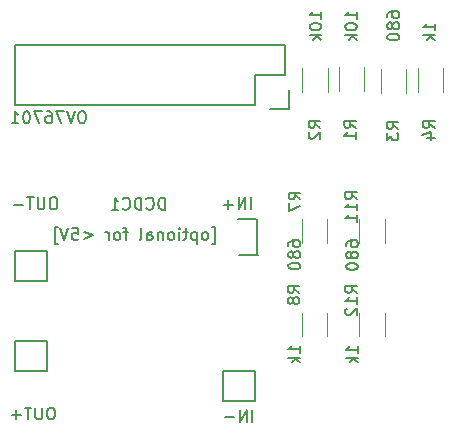
<source format=gbo>
G04 #@! TF.GenerationSoftware,KiCad,Pcbnew,(5.1.5)-3*
G04 #@! TF.CreationDate,2020-04-26T13:49:39+03:00*
G04 #@! TF.ProjectId,livecam,6c697665-6361-46d2-9e6b-696361645f70,rev?*
G04 #@! TF.SameCoordinates,Original*
G04 #@! TF.FileFunction,Legend,Bot*
G04 #@! TF.FilePolarity,Positive*
%FSLAX46Y46*%
G04 Gerber Fmt 4.6, Leading zero omitted, Abs format (unit mm)*
G04 Created by KiCad (PCBNEW (5.1.5)-3) date 2020-04-26 13:49:39*
%MOMM*%
%LPD*%
G04 APERTURE LIST*
%ADD10C,0.150000*%
%ADD11C,0.120000*%
G04 APERTURE END LIST*
D10*
X149033809Y-66305714D02*
X149271904Y-66305714D01*
X149271904Y-64877142D01*
X149033809Y-64877142D01*
X148510000Y-65972380D02*
X148605238Y-65924761D01*
X148652857Y-65877142D01*
X148700476Y-65781904D01*
X148700476Y-65496190D01*
X148652857Y-65400952D01*
X148605238Y-65353333D01*
X148510000Y-65305714D01*
X148367142Y-65305714D01*
X148271904Y-65353333D01*
X148224285Y-65400952D01*
X148176666Y-65496190D01*
X148176666Y-65781904D01*
X148224285Y-65877142D01*
X148271904Y-65924761D01*
X148367142Y-65972380D01*
X148510000Y-65972380D01*
X147748095Y-65305714D02*
X147748095Y-66305714D01*
X147748095Y-65353333D02*
X147652857Y-65305714D01*
X147462380Y-65305714D01*
X147367142Y-65353333D01*
X147319523Y-65400952D01*
X147271904Y-65496190D01*
X147271904Y-65781904D01*
X147319523Y-65877142D01*
X147367142Y-65924761D01*
X147462380Y-65972380D01*
X147652857Y-65972380D01*
X147748095Y-65924761D01*
X146986190Y-65305714D02*
X146605238Y-65305714D01*
X146843333Y-64972380D02*
X146843333Y-65829523D01*
X146795714Y-65924761D01*
X146700476Y-65972380D01*
X146605238Y-65972380D01*
X146271904Y-65972380D02*
X146271904Y-65305714D01*
X146271904Y-64972380D02*
X146319523Y-65020000D01*
X146271904Y-65067619D01*
X146224285Y-65020000D01*
X146271904Y-64972380D01*
X146271904Y-65067619D01*
X145652857Y-65972380D02*
X145748095Y-65924761D01*
X145795714Y-65877142D01*
X145843333Y-65781904D01*
X145843333Y-65496190D01*
X145795714Y-65400952D01*
X145748095Y-65353333D01*
X145652857Y-65305714D01*
X145510000Y-65305714D01*
X145414761Y-65353333D01*
X145367142Y-65400952D01*
X145319523Y-65496190D01*
X145319523Y-65781904D01*
X145367142Y-65877142D01*
X145414761Y-65924761D01*
X145510000Y-65972380D01*
X145652857Y-65972380D01*
X144890952Y-65305714D02*
X144890952Y-65972380D01*
X144890952Y-65400952D02*
X144843333Y-65353333D01*
X144748095Y-65305714D01*
X144605238Y-65305714D01*
X144510000Y-65353333D01*
X144462380Y-65448571D01*
X144462380Y-65972380D01*
X143557619Y-65972380D02*
X143557619Y-65448571D01*
X143605238Y-65353333D01*
X143700476Y-65305714D01*
X143890952Y-65305714D01*
X143986190Y-65353333D01*
X143557619Y-65924761D02*
X143652857Y-65972380D01*
X143890952Y-65972380D01*
X143986190Y-65924761D01*
X144033809Y-65829523D01*
X144033809Y-65734285D01*
X143986190Y-65639047D01*
X143890952Y-65591428D01*
X143652857Y-65591428D01*
X143557619Y-65543809D01*
X142938571Y-65972380D02*
X143033809Y-65924761D01*
X143081428Y-65829523D01*
X143081428Y-64972380D01*
X141938571Y-65305714D02*
X141557619Y-65305714D01*
X141795714Y-65972380D02*
X141795714Y-65115238D01*
X141748095Y-65020000D01*
X141652857Y-64972380D01*
X141557619Y-64972380D01*
X141081428Y-65972380D02*
X141176666Y-65924761D01*
X141224285Y-65877142D01*
X141271904Y-65781904D01*
X141271904Y-65496190D01*
X141224285Y-65400952D01*
X141176666Y-65353333D01*
X141081428Y-65305714D01*
X140938571Y-65305714D01*
X140843333Y-65353333D01*
X140795714Y-65400952D01*
X140748095Y-65496190D01*
X140748095Y-65781904D01*
X140795714Y-65877142D01*
X140843333Y-65924761D01*
X140938571Y-65972380D01*
X141081428Y-65972380D01*
X140319523Y-65972380D02*
X140319523Y-65305714D01*
X140319523Y-65496190D02*
X140271904Y-65400952D01*
X140224285Y-65353333D01*
X140129047Y-65305714D01*
X140033809Y-65305714D01*
X138176666Y-65305714D02*
X138938571Y-65591428D01*
X138176666Y-65877142D01*
X137224285Y-64972380D02*
X137700476Y-64972380D01*
X137748095Y-65448571D01*
X137700476Y-65400952D01*
X137605238Y-65353333D01*
X137367142Y-65353333D01*
X137271904Y-65400952D01*
X137224285Y-65448571D01*
X137176666Y-65543809D01*
X137176666Y-65781904D01*
X137224285Y-65877142D01*
X137271904Y-65924761D01*
X137367142Y-65972380D01*
X137605238Y-65972380D01*
X137700476Y-65924761D01*
X137748095Y-65877142D01*
X136890952Y-64972380D02*
X136557619Y-65972380D01*
X136224285Y-64972380D01*
X135986190Y-66305714D02*
X135748095Y-66305714D01*
X135748095Y-64877142D01*
X135986190Y-64877142D01*
D11*
X161540000Y-72140000D02*
X161540000Y-74140000D01*
X163680000Y-74140000D02*
X163680000Y-72140000D01*
X161540000Y-64200000D02*
X161540000Y-66200000D01*
X163680000Y-66200000D02*
X163680000Y-64200000D01*
X156640000Y-72120000D02*
X156640000Y-74120000D01*
X158780000Y-74120000D02*
X158780000Y-72120000D01*
X156660000Y-64200000D02*
X156660000Y-66200000D01*
X158800000Y-66200000D02*
X158800000Y-64200000D01*
X166470000Y-51450000D02*
X166470000Y-53450000D01*
X168610000Y-53450000D02*
X168610000Y-51450000D01*
X165480000Y-53500000D02*
X165480000Y-51500000D01*
X163340000Y-51500000D02*
X163340000Y-53500000D01*
X158840000Y-53420000D02*
X158840000Y-51420000D01*
X156700000Y-51420000D02*
X156700000Y-53420000D01*
X161910000Y-53340000D02*
X161910000Y-51340000D01*
X159770000Y-51340000D02*
X159770000Y-53340000D01*
D10*
X155540000Y-54870000D02*
X153990000Y-54870000D01*
X152720000Y-52050000D02*
X152720000Y-54590000D01*
X155260000Y-52050000D02*
X152720000Y-52050000D01*
X155540000Y-53320000D02*
X155540000Y-54870000D01*
X155260000Y-49510000D02*
X155260000Y-52050000D01*
X132400000Y-49510000D02*
X132400000Y-54590000D01*
X152720000Y-54590000D02*
X132400000Y-54590000D01*
X132400000Y-49510000D02*
X155260000Y-49510000D01*
X132380000Y-66950000D02*
X135060000Y-66950000D01*
X135060000Y-66950000D02*
X135060000Y-69490000D01*
X135060000Y-69490000D02*
X132380000Y-69490000D01*
X132380000Y-69490000D02*
X132380000Y-66950000D01*
X132380000Y-77090000D02*
X132380000Y-74550000D01*
X135060000Y-77090000D02*
X132380000Y-77090000D01*
X135060000Y-74550000D02*
X135060000Y-77090000D01*
X132380000Y-74550000D02*
X135060000Y-74550000D01*
X149980000Y-77050000D02*
X152660000Y-77050000D01*
X152660000Y-77050000D02*
X152660000Y-79590000D01*
X152660000Y-79590000D02*
X149980000Y-79590000D01*
X149980000Y-79590000D02*
X149980000Y-77050000D01*
X151360000Y-67270000D02*
X152910000Y-67270000D01*
X152810000Y-64170000D02*
X151260000Y-64170000D01*
X152860000Y-64170000D02*
X152860000Y-67270000D01*
X161352380Y-70467142D02*
X160876190Y-70133809D01*
X161352380Y-69895714D02*
X160352380Y-69895714D01*
X160352380Y-70276666D01*
X160400000Y-70371904D01*
X160447619Y-70419523D01*
X160542857Y-70467142D01*
X160685714Y-70467142D01*
X160780952Y-70419523D01*
X160828571Y-70371904D01*
X160876190Y-70276666D01*
X160876190Y-69895714D01*
X161352380Y-71419523D02*
X161352380Y-70848095D01*
X161352380Y-71133809D02*
X160352380Y-71133809D01*
X160495238Y-71038571D01*
X160590476Y-70943333D01*
X160638095Y-70848095D01*
X160447619Y-71800476D02*
X160400000Y-71848095D01*
X160352380Y-71943333D01*
X160352380Y-72181428D01*
X160400000Y-72276666D01*
X160447619Y-72324285D01*
X160542857Y-72371904D01*
X160638095Y-72371904D01*
X160780952Y-72324285D01*
X161352380Y-71752857D01*
X161352380Y-72371904D01*
X161392380Y-75540952D02*
X161392380Y-74969523D01*
X161392380Y-75255238D02*
X160392380Y-75255238D01*
X160535238Y-75160000D01*
X160630476Y-75064761D01*
X160678095Y-74969523D01*
X161392380Y-75969523D02*
X160392380Y-75969523D01*
X161011428Y-76064761D02*
X161392380Y-76350476D01*
X160725714Y-76350476D02*
X161106666Y-75969523D01*
X161342380Y-62517142D02*
X160866190Y-62183809D01*
X161342380Y-61945714D02*
X160342380Y-61945714D01*
X160342380Y-62326666D01*
X160390000Y-62421904D01*
X160437619Y-62469523D01*
X160532857Y-62517142D01*
X160675714Y-62517142D01*
X160770952Y-62469523D01*
X160818571Y-62421904D01*
X160866190Y-62326666D01*
X160866190Y-61945714D01*
X161342380Y-63469523D02*
X161342380Y-62898095D01*
X161342380Y-63183809D02*
X160342380Y-63183809D01*
X160485238Y-63088571D01*
X160580476Y-62993333D01*
X160628095Y-62898095D01*
X161342380Y-64421904D02*
X161342380Y-63850476D01*
X161342380Y-64136190D02*
X160342380Y-64136190D01*
X160485238Y-64040952D01*
X160580476Y-63945714D01*
X160628095Y-63850476D01*
X160412380Y-66498095D02*
X160412380Y-66307619D01*
X160460000Y-66212380D01*
X160507619Y-66164761D01*
X160650476Y-66069523D01*
X160840952Y-66021904D01*
X161221904Y-66021904D01*
X161317142Y-66069523D01*
X161364761Y-66117142D01*
X161412380Y-66212380D01*
X161412380Y-66402857D01*
X161364761Y-66498095D01*
X161317142Y-66545714D01*
X161221904Y-66593333D01*
X160983809Y-66593333D01*
X160888571Y-66545714D01*
X160840952Y-66498095D01*
X160793333Y-66402857D01*
X160793333Y-66212380D01*
X160840952Y-66117142D01*
X160888571Y-66069523D01*
X160983809Y-66021904D01*
X160840952Y-67164761D02*
X160793333Y-67069523D01*
X160745714Y-67021904D01*
X160650476Y-66974285D01*
X160602857Y-66974285D01*
X160507619Y-67021904D01*
X160460000Y-67069523D01*
X160412380Y-67164761D01*
X160412380Y-67355238D01*
X160460000Y-67450476D01*
X160507619Y-67498095D01*
X160602857Y-67545714D01*
X160650476Y-67545714D01*
X160745714Y-67498095D01*
X160793333Y-67450476D01*
X160840952Y-67355238D01*
X160840952Y-67164761D01*
X160888571Y-67069523D01*
X160936190Y-67021904D01*
X161031428Y-66974285D01*
X161221904Y-66974285D01*
X161317142Y-67021904D01*
X161364761Y-67069523D01*
X161412380Y-67164761D01*
X161412380Y-67355238D01*
X161364761Y-67450476D01*
X161317142Y-67498095D01*
X161221904Y-67545714D01*
X161031428Y-67545714D01*
X160936190Y-67498095D01*
X160888571Y-67450476D01*
X160840952Y-67355238D01*
X160412380Y-68164761D02*
X160412380Y-68260000D01*
X160460000Y-68355238D01*
X160507619Y-68402857D01*
X160602857Y-68450476D01*
X160793333Y-68498095D01*
X161031428Y-68498095D01*
X161221904Y-68450476D01*
X161317142Y-68402857D01*
X161364761Y-68355238D01*
X161412380Y-68260000D01*
X161412380Y-68164761D01*
X161364761Y-68069523D01*
X161317142Y-68021904D01*
X161221904Y-67974285D01*
X161031428Y-67926666D01*
X160793333Y-67926666D01*
X160602857Y-67974285D01*
X160507619Y-68021904D01*
X160460000Y-68069523D01*
X160412380Y-68164761D01*
X156452380Y-70443333D02*
X155976190Y-70110000D01*
X156452380Y-69871904D02*
X155452380Y-69871904D01*
X155452380Y-70252857D01*
X155500000Y-70348095D01*
X155547619Y-70395714D01*
X155642857Y-70443333D01*
X155785714Y-70443333D01*
X155880952Y-70395714D01*
X155928571Y-70348095D01*
X155976190Y-70252857D01*
X155976190Y-69871904D01*
X155880952Y-71014761D02*
X155833333Y-70919523D01*
X155785714Y-70871904D01*
X155690476Y-70824285D01*
X155642857Y-70824285D01*
X155547619Y-70871904D01*
X155500000Y-70919523D01*
X155452380Y-71014761D01*
X155452380Y-71205238D01*
X155500000Y-71300476D01*
X155547619Y-71348095D01*
X155642857Y-71395714D01*
X155690476Y-71395714D01*
X155785714Y-71348095D01*
X155833333Y-71300476D01*
X155880952Y-71205238D01*
X155880952Y-71014761D01*
X155928571Y-70919523D01*
X155976190Y-70871904D01*
X156071428Y-70824285D01*
X156261904Y-70824285D01*
X156357142Y-70871904D01*
X156404761Y-70919523D01*
X156452380Y-71014761D01*
X156452380Y-71205238D01*
X156404761Y-71300476D01*
X156357142Y-71348095D01*
X156261904Y-71395714D01*
X156071428Y-71395714D01*
X155976190Y-71348095D01*
X155928571Y-71300476D01*
X155880952Y-71205238D01*
X156502380Y-75520952D02*
X156502380Y-74949523D01*
X156502380Y-75235238D02*
X155502380Y-75235238D01*
X155645238Y-75140000D01*
X155740476Y-75044761D01*
X155788095Y-74949523D01*
X156502380Y-75949523D02*
X155502380Y-75949523D01*
X156121428Y-76044761D02*
X156502380Y-76330476D01*
X155835714Y-76330476D02*
X156216666Y-75949523D01*
X156542380Y-62543333D02*
X156066190Y-62210000D01*
X156542380Y-61971904D02*
X155542380Y-61971904D01*
X155542380Y-62352857D01*
X155590000Y-62448095D01*
X155637619Y-62495714D01*
X155732857Y-62543333D01*
X155875714Y-62543333D01*
X155970952Y-62495714D01*
X156018571Y-62448095D01*
X156066190Y-62352857D01*
X156066190Y-61971904D01*
X155542380Y-62876666D02*
X155542380Y-63543333D01*
X156542380Y-63114761D01*
X155522380Y-66458095D02*
X155522380Y-66267619D01*
X155570000Y-66172380D01*
X155617619Y-66124761D01*
X155760476Y-66029523D01*
X155950952Y-65981904D01*
X156331904Y-65981904D01*
X156427142Y-66029523D01*
X156474761Y-66077142D01*
X156522380Y-66172380D01*
X156522380Y-66362857D01*
X156474761Y-66458095D01*
X156427142Y-66505714D01*
X156331904Y-66553333D01*
X156093809Y-66553333D01*
X155998571Y-66505714D01*
X155950952Y-66458095D01*
X155903333Y-66362857D01*
X155903333Y-66172380D01*
X155950952Y-66077142D01*
X155998571Y-66029523D01*
X156093809Y-65981904D01*
X155950952Y-67124761D02*
X155903333Y-67029523D01*
X155855714Y-66981904D01*
X155760476Y-66934285D01*
X155712857Y-66934285D01*
X155617619Y-66981904D01*
X155570000Y-67029523D01*
X155522380Y-67124761D01*
X155522380Y-67315238D01*
X155570000Y-67410476D01*
X155617619Y-67458095D01*
X155712857Y-67505714D01*
X155760476Y-67505714D01*
X155855714Y-67458095D01*
X155903333Y-67410476D01*
X155950952Y-67315238D01*
X155950952Y-67124761D01*
X155998571Y-67029523D01*
X156046190Y-66981904D01*
X156141428Y-66934285D01*
X156331904Y-66934285D01*
X156427142Y-66981904D01*
X156474761Y-67029523D01*
X156522380Y-67124761D01*
X156522380Y-67315238D01*
X156474761Y-67410476D01*
X156427142Y-67458095D01*
X156331904Y-67505714D01*
X156141428Y-67505714D01*
X156046190Y-67458095D01*
X155998571Y-67410476D01*
X155950952Y-67315238D01*
X155522380Y-68124761D02*
X155522380Y-68220000D01*
X155570000Y-68315238D01*
X155617619Y-68362857D01*
X155712857Y-68410476D01*
X155903333Y-68458095D01*
X156141428Y-68458095D01*
X156331904Y-68410476D01*
X156427142Y-68362857D01*
X156474761Y-68315238D01*
X156522380Y-68220000D01*
X156522380Y-68124761D01*
X156474761Y-68029523D01*
X156427142Y-67981904D01*
X156331904Y-67934285D01*
X156141428Y-67886666D01*
X155903333Y-67886666D01*
X155712857Y-67934285D01*
X155617619Y-67981904D01*
X155570000Y-68029523D01*
X155522380Y-68124761D01*
X167912380Y-56473333D02*
X167436190Y-56140000D01*
X167912380Y-55901904D02*
X166912380Y-55901904D01*
X166912380Y-56282857D01*
X166960000Y-56378095D01*
X167007619Y-56425714D01*
X167102857Y-56473333D01*
X167245714Y-56473333D01*
X167340952Y-56425714D01*
X167388571Y-56378095D01*
X167436190Y-56282857D01*
X167436190Y-55901904D01*
X167245714Y-57330476D02*
X167912380Y-57330476D01*
X166864761Y-57092380D02*
X167579047Y-56854285D01*
X167579047Y-57473333D01*
X167932380Y-48230952D02*
X167932380Y-47659523D01*
X167932380Y-47945238D02*
X166932380Y-47945238D01*
X167075238Y-47850000D01*
X167170476Y-47754761D01*
X167218095Y-47659523D01*
X167932380Y-48659523D02*
X166932380Y-48659523D01*
X167551428Y-48754761D02*
X167932380Y-49040476D01*
X167265714Y-49040476D02*
X167646666Y-48659523D01*
X164842380Y-56573333D02*
X164366190Y-56240000D01*
X164842380Y-56001904D02*
X163842380Y-56001904D01*
X163842380Y-56382857D01*
X163890000Y-56478095D01*
X163937619Y-56525714D01*
X164032857Y-56573333D01*
X164175714Y-56573333D01*
X164270952Y-56525714D01*
X164318571Y-56478095D01*
X164366190Y-56382857D01*
X164366190Y-56001904D01*
X163842380Y-56906666D02*
X163842380Y-57525714D01*
X164223333Y-57192380D01*
X164223333Y-57335238D01*
X164270952Y-57430476D01*
X164318571Y-57478095D01*
X164413809Y-57525714D01*
X164651904Y-57525714D01*
X164747142Y-57478095D01*
X164794761Y-57430476D01*
X164842380Y-57335238D01*
X164842380Y-57049523D01*
X164794761Y-56954285D01*
X164747142Y-56906666D01*
X163902380Y-47088095D02*
X163902380Y-46897619D01*
X163950000Y-46802380D01*
X163997619Y-46754761D01*
X164140476Y-46659523D01*
X164330952Y-46611904D01*
X164711904Y-46611904D01*
X164807142Y-46659523D01*
X164854761Y-46707142D01*
X164902380Y-46802380D01*
X164902380Y-46992857D01*
X164854761Y-47088095D01*
X164807142Y-47135714D01*
X164711904Y-47183333D01*
X164473809Y-47183333D01*
X164378571Y-47135714D01*
X164330952Y-47088095D01*
X164283333Y-46992857D01*
X164283333Y-46802380D01*
X164330952Y-46707142D01*
X164378571Y-46659523D01*
X164473809Y-46611904D01*
X164330952Y-47754761D02*
X164283333Y-47659523D01*
X164235714Y-47611904D01*
X164140476Y-47564285D01*
X164092857Y-47564285D01*
X163997619Y-47611904D01*
X163950000Y-47659523D01*
X163902380Y-47754761D01*
X163902380Y-47945238D01*
X163950000Y-48040476D01*
X163997619Y-48088095D01*
X164092857Y-48135714D01*
X164140476Y-48135714D01*
X164235714Y-48088095D01*
X164283333Y-48040476D01*
X164330952Y-47945238D01*
X164330952Y-47754761D01*
X164378571Y-47659523D01*
X164426190Y-47611904D01*
X164521428Y-47564285D01*
X164711904Y-47564285D01*
X164807142Y-47611904D01*
X164854761Y-47659523D01*
X164902380Y-47754761D01*
X164902380Y-47945238D01*
X164854761Y-48040476D01*
X164807142Y-48088095D01*
X164711904Y-48135714D01*
X164521428Y-48135714D01*
X164426190Y-48088095D01*
X164378571Y-48040476D01*
X164330952Y-47945238D01*
X163902380Y-48754761D02*
X163902380Y-48850000D01*
X163950000Y-48945238D01*
X163997619Y-48992857D01*
X164092857Y-49040476D01*
X164283333Y-49088095D01*
X164521428Y-49088095D01*
X164711904Y-49040476D01*
X164807142Y-48992857D01*
X164854761Y-48945238D01*
X164902380Y-48850000D01*
X164902380Y-48754761D01*
X164854761Y-48659523D01*
X164807142Y-48611904D01*
X164711904Y-48564285D01*
X164521428Y-48516666D01*
X164283333Y-48516666D01*
X164092857Y-48564285D01*
X163997619Y-48611904D01*
X163950000Y-48659523D01*
X163902380Y-48754761D01*
X158232380Y-56473333D02*
X157756190Y-56140000D01*
X158232380Y-55901904D02*
X157232380Y-55901904D01*
X157232380Y-56282857D01*
X157280000Y-56378095D01*
X157327619Y-56425714D01*
X157422857Y-56473333D01*
X157565714Y-56473333D01*
X157660952Y-56425714D01*
X157708571Y-56378095D01*
X157756190Y-56282857D01*
X157756190Y-55901904D01*
X157327619Y-56854285D02*
X157280000Y-56901904D01*
X157232380Y-56997142D01*
X157232380Y-57235238D01*
X157280000Y-57330476D01*
X157327619Y-57378095D01*
X157422857Y-57425714D01*
X157518095Y-57425714D01*
X157660952Y-57378095D01*
X158232380Y-56806666D01*
X158232380Y-57425714D01*
X158312380Y-47254761D02*
X158312380Y-46683333D01*
X158312380Y-46969047D02*
X157312380Y-46969047D01*
X157455238Y-46873809D01*
X157550476Y-46778571D01*
X157598095Y-46683333D01*
X157312380Y-47873809D02*
X157312380Y-47969047D01*
X157360000Y-48064285D01*
X157407619Y-48111904D01*
X157502857Y-48159523D01*
X157693333Y-48207142D01*
X157931428Y-48207142D01*
X158121904Y-48159523D01*
X158217142Y-48111904D01*
X158264761Y-48064285D01*
X158312380Y-47969047D01*
X158312380Y-47873809D01*
X158264761Y-47778571D01*
X158217142Y-47730952D01*
X158121904Y-47683333D01*
X157931428Y-47635714D01*
X157693333Y-47635714D01*
X157502857Y-47683333D01*
X157407619Y-47730952D01*
X157360000Y-47778571D01*
X157312380Y-47873809D01*
X158312380Y-48635714D02*
X157312380Y-48635714D01*
X157931428Y-48730952D02*
X158312380Y-49016666D01*
X157645714Y-49016666D02*
X158026666Y-48635714D01*
X161242380Y-56473333D02*
X160766190Y-56140000D01*
X161242380Y-55901904D02*
X160242380Y-55901904D01*
X160242380Y-56282857D01*
X160290000Y-56378095D01*
X160337619Y-56425714D01*
X160432857Y-56473333D01*
X160575714Y-56473333D01*
X160670952Y-56425714D01*
X160718571Y-56378095D01*
X160766190Y-56282857D01*
X160766190Y-55901904D01*
X161242380Y-57425714D02*
X161242380Y-56854285D01*
X161242380Y-57140000D02*
X160242380Y-57140000D01*
X160385238Y-57044761D01*
X160480476Y-56949523D01*
X160528095Y-56854285D01*
X161312380Y-47254761D02*
X161312380Y-46683333D01*
X161312380Y-46969047D02*
X160312380Y-46969047D01*
X160455238Y-46873809D01*
X160550476Y-46778571D01*
X160598095Y-46683333D01*
X160312380Y-47873809D02*
X160312380Y-47969047D01*
X160360000Y-48064285D01*
X160407619Y-48111904D01*
X160502857Y-48159523D01*
X160693333Y-48207142D01*
X160931428Y-48207142D01*
X161121904Y-48159523D01*
X161217142Y-48111904D01*
X161264761Y-48064285D01*
X161312380Y-47969047D01*
X161312380Y-47873809D01*
X161264761Y-47778571D01*
X161217142Y-47730952D01*
X161121904Y-47683333D01*
X160931428Y-47635714D01*
X160693333Y-47635714D01*
X160502857Y-47683333D01*
X160407619Y-47730952D01*
X160360000Y-47778571D01*
X160312380Y-47873809D01*
X161312380Y-48635714D02*
X160312380Y-48635714D01*
X160931428Y-48730952D02*
X161312380Y-49016666D01*
X160645714Y-49016666D02*
X161026666Y-48635714D01*
X138144761Y-55082380D02*
X137954285Y-55082380D01*
X137859047Y-55130000D01*
X137763809Y-55225238D01*
X137716190Y-55415714D01*
X137716190Y-55749047D01*
X137763809Y-55939523D01*
X137859047Y-56034761D01*
X137954285Y-56082380D01*
X138144761Y-56082380D01*
X138240000Y-56034761D01*
X138335238Y-55939523D01*
X138382857Y-55749047D01*
X138382857Y-55415714D01*
X138335238Y-55225238D01*
X138240000Y-55130000D01*
X138144761Y-55082380D01*
X137430476Y-55082380D02*
X137097142Y-56082380D01*
X136763809Y-55082380D01*
X136525714Y-55082380D02*
X135859047Y-55082380D01*
X136287619Y-56082380D01*
X135049523Y-55082380D02*
X135240000Y-55082380D01*
X135335238Y-55130000D01*
X135382857Y-55177619D01*
X135478095Y-55320476D01*
X135525714Y-55510952D01*
X135525714Y-55891904D01*
X135478095Y-55987142D01*
X135430476Y-56034761D01*
X135335238Y-56082380D01*
X135144761Y-56082380D01*
X135049523Y-56034761D01*
X135001904Y-55987142D01*
X134954285Y-55891904D01*
X134954285Y-55653809D01*
X135001904Y-55558571D01*
X135049523Y-55510952D01*
X135144761Y-55463333D01*
X135335238Y-55463333D01*
X135430476Y-55510952D01*
X135478095Y-55558571D01*
X135525714Y-55653809D01*
X134620952Y-55082380D02*
X133954285Y-55082380D01*
X134382857Y-56082380D01*
X133382857Y-55082380D02*
X133287619Y-55082380D01*
X133192380Y-55130000D01*
X133144761Y-55177619D01*
X133097142Y-55272857D01*
X133049523Y-55463333D01*
X133049523Y-55701428D01*
X133097142Y-55891904D01*
X133144761Y-55987142D01*
X133192380Y-56034761D01*
X133287619Y-56082380D01*
X133382857Y-56082380D01*
X133478095Y-56034761D01*
X133525714Y-55987142D01*
X133573333Y-55891904D01*
X133620952Y-55701428D01*
X133620952Y-55463333D01*
X133573333Y-55272857D01*
X133525714Y-55177619D01*
X133478095Y-55130000D01*
X133382857Y-55082380D01*
X132097142Y-56082380D02*
X132668571Y-56082380D01*
X132382857Y-56082380D02*
X132382857Y-55082380D01*
X132478095Y-55225238D01*
X132573333Y-55320476D01*
X132668571Y-55368095D01*
X145078095Y-63402380D02*
X145078095Y-62402380D01*
X144840000Y-62402380D01*
X144697142Y-62450000D01*
X144601904Y-62545238D01*
X144554285Y-62640476D01*
X144506666Y-62830952D01*
X144506666Y-62973809D01*
X144554285Y-63164285D01*
X144601904Y-63259523D01*
X144697142Y-63354761D01*
X144840000Y-63402380D01*
X145078095Y-63402380D01*
X143506666Y-63307142D02*
X143554285Y-63354761D01*
X143697142Y-63402380D01*
X143792380Y-63402380D01*
X143935238Y-63354761D01*
X144030476Y-63259523D01*
X144078095Y-63164285D01*
X144125714Y-62973809D01*
X144125714Y-62830952D01*
X144078095Y-62640476D01*
X144030476Y-62545238D01*
X143935238Y-62450000D01*
X143792380Y-62402380D01*
X143697142Y-62402380D01*
X143554285Y-62450000D01*
X143506666Y-62497619D01*
X143078095Y-63402380D02*
X143078095Y-62402380D01*
X142840000Y-62402380D01*
X142697142Y-62450000D01*
X142601904Y-62545238D01*
X142554285Y-62640476D01*
X142506666Y-62830952D01*
X142506666Y-62973809D01*
X142554285Y-63164285D01*
X142601904Y-63259523D01*
X142697142Y-63354761D01*
X142840000Y-63402380D01*
X143078095Y-63402380D01*
X141506666Y-63307142D02*
X141554285Y-63354761D01*
X141697142Y-63402380D01*
X141792380Y-63402380D01*
X141935238Y-63354761D01*
X142030476Y-63259523D01*
X142078095Y-63164285D01*
X142125714Y-62973809D01*
X142125714Y-62830952D01*
X142078095Y-62640476D01*
X142030476Y-62545238D01*
X141935238Y-62450000D01*
X141792380Y-62402380D01*
X141697142Y-62402380D01*
X141554285Y-62450000D01*
X141506666Y-62497619D01*
X140554285Y-63402380D02*
X141125714Y-63402380D01*
X140840000Y-63402380D02*
X140840000Y-62402380D01*
X140935238Y-62545238D01*
X141030476Y-62640476D01*
X141125714Y-62688095D01*
X135729047Y-62372380D02*
X135538571Y-62372380D01*
X135443333Y-62420000D01*
X135348095Y-62515238D01*
X135300476Y-62705714D01*
X135300476Y-63039047D01*
X135348095Y-63229523D01*
X135443333Y-63324761D01*
X135538571Y-63372380D01*
X135729047Y-63372380D01*
X135824285Y-63324761D01*
X135919523Y-63229523D01*
X135967142Y-63039047D01*
X135967142Y-62705714D01*
X135919523Y-62515238D01*
X135824285Y-62420000D01*
X135729047Y-62372380D01*
X134871904Y-62372380D02*
X134871904Y-63181904D01*
X134824285Y-63277142D01*
X134776666Y-63324761D01*
X134681428Y-63372380D01*
X134490952Y-63372380D01*
X134395714Y-63324761D01*
X134348095Y-63277142D01*
X134300476Y-63181904D01*
X134300476Y-62372380D01*
X133967142Y-62372380D02*
X133395714Y-62372380D01*
X133681428Y-63372380D02*
X133681428Y-62372380D01*
X133062380Y-62991428D02*
X132300476Y-62991428D01*
X135529047Y-80172380D02*
X135338571Y-80172380D01*
X135243333Y-80220000D01*
X135148095Y-80315238D01*
X135100476Y-80505714D01*
X135100476Y-80839047D01*
X135148095Y-81029523D01*
X135243333Y-81124761D01*
X135338571Y-81172380D01*
X135529047Y-81172380D01*
X135624285Y-81124761D01*
X135719523Y-81029523D01*
X135767142Y-80839047D01*
X135767142Y-80505714D01*
X135719523Y-80315238D01*
X135624285Y-80220000D01*
X135529047Y-80172380D01*
X134671904Y-80172380D02*
X134671904Y-80981904D01*
X134624285Y-81077142D01*
X134576666Y-81124761D01*
X134481428Y-81172380D01*
X134290952Y-81172380D01*
X134195714Y-81124761D01*
X134148095Y-81077142D01*
X134100476Y-80981904D01*
X134100476Y-80172380D01*
X133767142Y-80172380D02*
X133195714Y-80172380D01*
X133481428Y-81172380D02*
X133481428Y-80172380D01*
X132862380Y-80791428D02*
X132100476Y-80791428D01*
X132481428Y-81172380D02*
X132481428Y-80410476D01*
X152452857Y-81372380D02*
X152452857Y-80372380D01*
X151976666Y-81372380D02*
X151976666Y-80372380D01*
X151405238Y-81372380D01*
X151405238Y-80372380D01*
X150929047Y-80991428D02*
X150167142Y-80991428D01*
X152352857Y-63372380D02*
X152352857Y-62372380D01*
X151876666Y-63372380D02*
X151876666Y-62372380D01*
X151305238Y-63372380D01*
X151305238Y-62372380D01*
X150829047Y-62991428D02*
X150067142Y-62991428D01*
X150448095Y-63372380D02*
X150448095Y-62610476D01*
M02*

</source>
